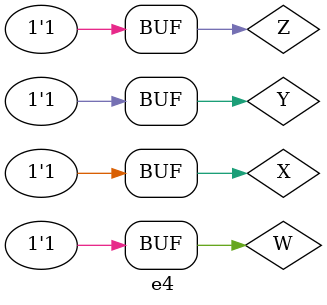
<source format=v>
module PoS (output S, input X , Y, W, Z); // MAXTERMOS
// M 5 6 7
assign S = (X|Y|W|Z) & (X|Y|W|~Z) & (X|Y|~W|Z) & (X|~Y|W|Z) & (X|~Y|~W|~Z)& (~X|~Y|W|Z) & (~X|~Y|~W|~Z);
endmodule // PoS

module e4;
reg X, Y, W, Z;
wire S;
// instancias
PoS POS1(S, X, Y, W, Z);
// valores iniciais
initial begin: start
X=1'bx; Y=1'bx; W = 1'bx; Z=1'bx;// indefinidos
end
// parte principal
initial begin: main
// identificacao
$display("Produto da Soma");
// monitoramento
$display(" X  Y  W  Z = PoS( 0, 1, 2, 4, 7, 12, 15 )");
$monitor("%2b %2b %2b %2b =  %2b", X , Y, W, Z, S);
// sinalizacao
#1 X = 0; Y=0; W=0; Z =0;
#1 X = 0; Y=0; W=0; Z =1;
#1 X = 0; Y=0; W=1; Z =0;
#1 X = 0; Y=0; W=1; Z =1;
#1 X = 0; Y=1; W=0; Z =0;
#1 X = 0; Y=1; W=0; Z =1;
#1 X = 0; Y=1; W=1; Z =0;
#1 X = 0; Y=1; W=1; Z =1;
#1 X = 1; Y=0; W=0; Z =0;
#1 X = 1; Y=0; W=0; Z =1;
#1 X = 1; Y=0; W=1; Z =0;
#1 X = 1; Y=0; W=1; Z =1;
#1 X = 1; Y=1; W=0; Z =0;
#1 X = 1; Y=1; W=0; Z =1;
#1 X = 1; Y=1; W=1; Z =0;
#1 X = 1; Y=1; W=1; Z =1;
end
endmodule // test_module
</source>
